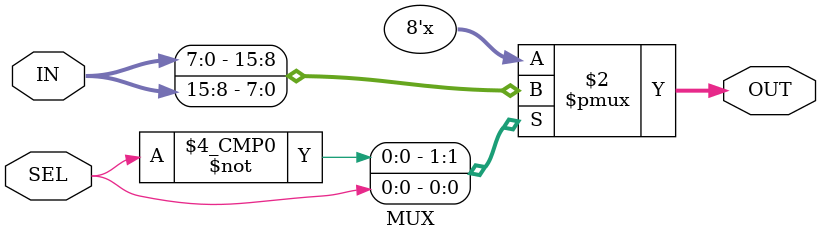
<source format=v>
module MUX #(parameter N = 8, IN_NR = 2) (IN, OUT, SEL);

    input [N*IN_NR-1:0] IN;
    input [$clog2(IN_NR)-1:0] SEL;
    output reg [N-1:0] OUT;
   
    
    always @(IN, SEL) 
        case(SEL)
            
            0 : OUT = IN[1*N-1:0];
            1 : OUT = IN[2*N-1:N];
            2 : OUT = IN[3*N-1:2*N];
            3 : OUT = IN[4*N-1:3*N];
            
                   
        endcase

    

endmodule
</source>
